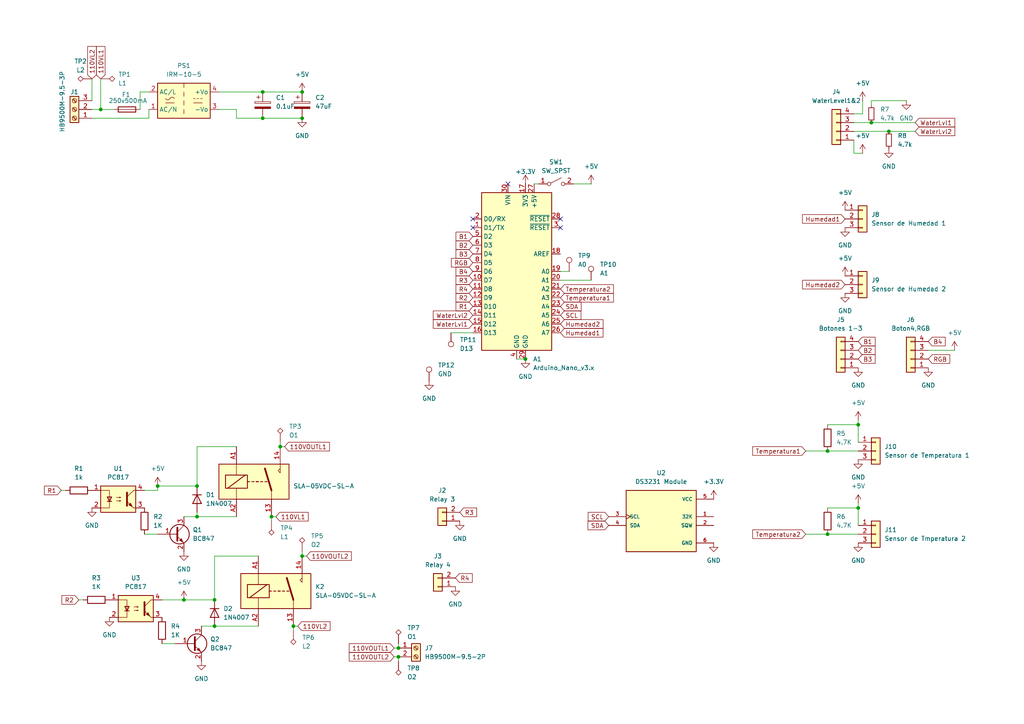
<source format=kicad_sch>
(kicad_sch (version 20231120) (generator "eeschema") (generator_version "8.0")
  (paper "A4")
  (lib_symbols
    (symbol "Connector:Screw_Terminal_01x02" (pin_names (offset 1.016) hide)
      (property "Reference" "J" (at 0 2.54 0))
      (property "Value" "Screw_Terminal_01x02" (at 0 -5.08 0))
      (symbol "Screw_Terminal_01x02_1_1"
        (rectangle (start -1.27 1.27) (end 1.27 -3.81) (stroke (width 0.254)) (fill (type background)))
        (circle (center 0 -2.54) (radius 0.635) (stroke (width 0.1524)))
        (polyline (pts (xy -0.5334 -2.2098) (xy 0.3302 -3.048)) (stroke (width 0.1524)))
        (polyline (pts (xy -0.5334 0.3302) (xy 0.3302 -0.508)) (stroke (width 0.1524)))
        (polyline (pts (xy -0.3556 -2.032) (xy 0.508 -2.8702)) (stroke (width 0.1524)))
        (polyline (pts (xy -0.3556 0.508) (xy 0.508 -0.3302)) (stroke (width 0.1524)))
        (circle (center 0 0) (radius 0.635) (stroke (width 0.1524)))
        (pin passive line (at -5.08 0 0) (length 3.81) (name "Pin_1") (number "1"))
        (pin passive line (at -5.08 -2.54 0) (length 3.81) (name "Pin_2") (number "2"))
      )
    )
    (symbol "Connector:Screw_Terminal_01x03" (pin_names (offset 1.016) hide)
      (property "Reference" "J" (at 0 5.08 0))
      (property "Value" "Screw_Terminal_01x03" (at 0 -5.08 0))
      (symbol "Screw_Terminal_01x03_1_1"
        (rectangle (start -1.27 3.81) (end 1.27 -3.81) (stroke (width 0.254)) (fill (type background)))
        (circle (center 0 -2.54) (radius 0.635) (stroke (width 0.1524)))
        (polyline (pts (xy -0.5334 -2.2098) (xy 0.3302 -3.048)) (stroke (width 0.1524)))
        (polyline (pts (xy -0.5334 0.3302) (xy 0.3302 -0.508)) (stroke (width 0.1524)))
        (polyline (pts (xy -0.5334 2.8702) (xy 0.3302 2.032)) (stroke (width 0.1524)))
        (polyline (pts (xy -0.3556 -2.032) (xy 0.508 -2.8702)) (stroke (width 0.1524)))
        (polyline (pts (xy -0.3556 0.508) (xy 0.508 -0.3302)) (stroke (width 0.1524)))
        (polyline (pts (xy -0.3556 3.048) (xy 0.508 2.2098)) (stroke (width 0.1524)))
        (circle (center 0 0) (radius 0.635) (stroke (width 0.1524)))
        (circle (center 0 2.54) (radius 0.635) (stroke (width 0.1524)))
        (pin passive line (at -5.08 2.54 0) (length 3.81) (name "Pin_1") (number "1"))
        (pin passive line (at -5.08 0 0) (length 3.81) (name "Pin_2") (number "2"))
        (pin passive line (at -5.08 -2.54 0) (length 3.81) (name "Pin_3") (number "3"))
      )
    )
    (symbol "Connector:TestPoint" (pin_numbers hide) (pin_names (offset 0.762) hide)
      (property "Reference" "TP" (at 0 6.858 0))
      (property "Value" "TestPoint" (at 0 5.08 0))
      (symbol "TestPoint_0_1"
        (circle (center 0 3.302) (radius 0.762))
      )
      (symbol "TestPoint_1_1"
        (pin passive line (at 0 0 90) (length 2.54) (name "1") (number "1"))
      )
    )
    (symbol "Connector:TestPoint_Alt" (pin_numbers hide) (pin_names (offset 0.762) hide)
      (property "Reference" "TP" (at 0 6.858 0))
      (property "Value" "TestPoint_Alt" (at 0 5.08 0))
      (symbol "TestPoint_Alt_0_1"
        (polyline (pts (xy 0 2.54) (xy -0.762 3.302) (xy 0 4.064) (xy 0.762 3.302) (xy 0 2.54)))
      )
      (symbol "TestPoint_Alt_1_1"
        (pin passive line (at 0 0 90) (length 2.54) (name "1") (number "1"))
      )
    )
    (symbol "Connector_Generic:Conn_01x02" (pin_names (offset 1.016) hide)
      (property "Reference" "J" (at 0 2.54 0))
      (property "Value" "Conn_01x02" (at 0 -5.08 0))
      (symbol "Conn_01x02_1_1"
        (rectangle (start -1.27 -2.413) (end 0 -2.667) (stroke (width 0.1524)))
        (rectangle (start -1.27 0.127) (end 0 -0.127) (stroke (width 0.1524)))
        (rectangle (start -1.27 1.27) (end 1.27 -3.81) (stroke (width 0.254)) (fill (type background)))
        (pin passive line (at -5.08 0 0) (length 3.81) (name "Pin_1") (number "1"))
        (pin passive line (at -5.08 -2.54 0) (length 3.81) (name "Pin_2") (number "2"))
      )
    )
    (symbol "Connector_Generic:Conn_01x03" (pin_names (offset 1.016) hide)
      (property "Reference" "J" (at 0 5.08 0))
      (property "Value" "Conn_01x03" (at 0 -5.08 0))
      (symbol "Conn_01x03_1_1"
        (rectangle (start -1.27 -2.413) (end 0 -2.667) (stroke (width 0.1524)))
        (rectangle (start -1.27 0.127) (end 0 -0.127) (stroke (width 0.1524)))
        (rectangle (start -1.27 2.667) (end 0 2.413) (stroke (width 0.1524)))
        (rectangle (start -1.27 3.81) (end 1.27 -3.81) (stroke (width 0.254)) (fill (type background)))
        (pin passive line (at -5.08 2.54 0) (length 3.81) (name "Pin_1") (number "1"))
        (pin passive line (at -5.08 0 0) (length 3.81) (name "Pin_2") (number "2"))
        (pin passive line (at -5.08 -2.54 0) (length 3.81) (name "Pin_3") (number "3"))
      )
    )
    (symbol "Connector_Generic:Conn_01x04" (pin_names (offset 1.016) hide)
      (property "Reference" "J" (at 0 5.08 0))
      (property "Value" "Conn_01x04" (at 0 -7.62 0))
      (symbol "Conn_01x04_1_1"
        (rectangle (start -1.27 -4.953) (end 0 -5.207) (stroke (width 0.1524)))
        (rectangle (start -1.27 -2.413) (end 0 -2.667) (stroke (width 0.1524)))
        (rectangle (start -1.27 0.127) (end 0 -0.127) (stroke (width 0.1524)))
        (rectangle (start -1.27 2.667) (end 0 2.413) (stroke (width 0.1524)))
        (rectangle (start -1.27 3.81) (end 1.27 -6.35) (stroke (width 0.254)) (fill (type background)))
        (pin passive line (at -5.08 2.54 0) (length 3.81) (name "Pin_1") (number "1"))
        (pin passive line (at -5.08 0 0) (length 3.81) (name "Pin_2") (number "2"))
        (pin passive line (at -5.08 -2.54 0) (length 3.81) (name "Pin_3") (number "3"))
        (pin passive line (at -5.08 -5.08 0) (length 3.81) (name "Pin_4") (number "4"))
      )
    )
    (symbol "Converter_ACDC:IRM-10-5"
      (property "Reference" "PS" (at 0 6.35 0))
      (property "Value" "IRM-10-5" (at 0 -6.35 0))
      (symbol "IRM-10-5_0_1"
        (rectangle (start -7.62 5.08) (end 7.62 -5.08) (stroke (width 0.254)) (fill (type background)))
        (arc (start -5.334 0.635) (mid -4.699 0.2495) (end -4.064 0.635))
        (arc (start -2.794 0.635) (mid -3.429 1.0072) (end -4.064 0.635))
        (polyline (pts (xy -5.334 -0.635) (xy -2.794 -0.635)))
        (polyline (pts (xy 0 -2.54) (xy 0 -3.81)))
        (polyline (pts (xy 0 0) (xy 0 -1.27)))
        (polyline (pts (xy 0 2.54) (xy 0 1.27)))
        (polyline (pts (xy 0 5.08) (xy 0 3.81)))
        (polyline (pts (xy 2.794 -0.635) (xy 5.334 -0.635)))
        (polyline (pts (xy 2.794 0.635) (xy 3.302 0.635)))
        (polyline (pts (xy 3.81 0.635) (xy 4.318 0.635)))
        (polyline (pts (xy 4.826 0.635) (xy 5.334 0.635)))
      )
      (symbol "IRM-10-5_1_1"
        (pin power_in line (at -10.16 -2.54 0) (length 2.54) (name "AC/N") (number "1"))
        (pin power_in line (at -10.16 2.54 0) (length 2.54) (name "AC/L") (number "2"))
        (pin power_out line (at 10.16 -2.54 180) (length 2.54) (name "-Vo") (number "3"))
        (pin power_out line (at 10.16 2.54 180) (length 2.54) (name "+Vo") (number "4"))
      )
    )
    (symbol "DS3231:DS3231 Module" (pin_names (offset 1.016))
      (property "Reference" "U" (at -10.16 8.89 0))
      (property "Value" "DS3231 Module" (at -10.16 -11.43 0))
      (symbol "DS3231 Module_0_0"
        (rectangle (start -10.16 -10.16) (end 10.16 7.62) (stroke (width 0.254)) (fill (type background)))
        (pin output line (at 15.24 0 180) (length 5.08) (name "32K") (number "1"))
        (pin output line (at 15.24 -2.54 180) (length 5.08) (name "SQW") (number "2"))
        (pin input clock (at -15.24 0 0) (length 5.08) (name "SCL") (number "3"))
        (pin bidirectional line (at -15.24 -2.54 0) (length 5.08) (name "SDA") (number "4"))
        (pin power_in line (at 15.24 5.08 180) (length 5.08) (name "VCC") (number "5"))
        (pin power_in line (at 15.24 -7.62 180) (length 5.08) (name "GND") (number "6"))
      )
    )
    (symbol "Device:C_Polarized" (pin_numbers hide) (pin_names (offset 0.254))
      (property "Reference" "C" (at 0.635 2.54 0))
      (property "Value" "C_Polarized" (at 0.635 -2.54 0))
      (symbol "C_Polarized_0_1"
        (rectangle (start -2.286 0.508) (end 2.286 1.016))
        (polyline (pts (xy -1.778 2.286) (xy -0.762 2.286)))
        (polyline (pts (xy -1.27 2.794) (xy -1.27 1.778)))
        (rectangle (start 2.286 -0.508) (end -2.286 -1.016) (fill (type outline)))
      )
      (symbol "C_Polarized_1_1"
        (pin passive line (at 0 3.81 270) (length 2.794) (name "~") (number "1"))
        (pin passive line (at 0 -3.81 90) (length 2.794) (name "~") (number "2"))
      )
    )
    (symbol "Device:Fuse" (pin_numbers hide) (pin_names (offset 0))
      (property "Reference" "F" (at 2.032 0 90))
      (property "Value" "Fuse" (at -1.905 0 90))
      (symbol "Fuse_0_1"
        (rectangle (start -0.762 -2.54) (end 0.762 2.54) (stroke (width 0.254)))
        (polyline (pts (xy 0 2.54) (xy 0 -2.54)))
      )
      (symbol "Fuse_1_1"
        (pin passive line (at 0 3.81 270) (length 1.27) (name "~") (number "1"))
        (pin passive line (at 0 -3.81 90) (length 1.27) (name "~") (number "2"))
      )
    )
    (symbol "Device:R" (pin_numbers hide) (pin_names (offset 0))
      (property "Reference" "R" (at 2.032 0 90))
      (property "Value" "R" (at 0 0 90))
      (symbol "R_0_1"
        (rectangle (start -1.016 -2.54) (end 1.016 2.54) (stroke (width 0.254)))
      )
      (symbol "R_1_1"
        (pin passive line (at 0 3.81 270) (length 1.27) (name "~") (number "1"))
        (pin passive line (at 0 -3.81 90) (length 1.27) (name "~") (number "2"))
      )
    )
    (symbol "Device:R_Small" (pin_numbers hide) (pin_names (offset 0.254) hide)
      (property "Reference" "R" (at 0.762 0.508 0))
      (property "Value" "R_Small" (at 0.762 -1.016 0))
      (symbol "R_Small_0_1"
        (rectangle (start -0.762 1.778) (end 0.762 -1.778) (stroke (width 0.2032)))
      )
      (symbol "R_Small_1_1"
        (pin passive line (at 0 2.54 270) (length 0.762) (name "~") (number "1"))
        (pin passive line (at 0 -2.54 90) (length 0.762) (name "~") (number "2"))
      )
    )
    (symbol "Diode:1N4007" (pin_numbers hide) (pin_names hide)
      (property "Reference" "D" (at 0 2.54 0))
      (property "Value" "1N4007" (at 0 -2.54 0))
      (symbol "1N4007_0_1"
        (polyline (pts (xy -1.27 1.27) (xy -1.27 -1.27)) (stroke (width 0.254)))
        (polyline (pts (xy 1.27 0) (xy -1.27 0)))
        (polyline (pts (xy 1.27 1.27) (xy 1.27 -1.27) (xy -1.27 0) (xy 1.27 1.27)) (stroke (width 0.254)))
      )
      (symbol "1N4007_1_1"
        (pin passive line (at -3.81 0 0) (length 2.54) (name "K") (number "1"))
        (pin passive line (at 3.81 0 180) (length 2.54) (name "A") (number "2"))
      )
    )
    (symbol "Isolator:PC817" (pin_names (offset 1.016))
      (property "Reference" "U" (at -5.08 5.08 0))
      (property "Value" "PC817" (at 0 5.08 0))
      (symbol "PC817_0_1"
        (rectangle (start -5.08 3.81) (end 5.08 -3.81) (stroke (width 0.254)) (fill (type background)))
        (polyline (pts (xy -3.175 -0.635) (xy -1.905 -0.635)) (stroke (width 0.254)))
        (polyline (pts (xy 2.54 0.635) (xy 4.445 2.54)))
        (polyline (pts (xy 4.445 -2.54) (xy 2.54 -0.635)) (fill (type outline)))
        (polyline (pts (xy 4.445 -2.54) (xy 5.08 -2.54)))
        (polyline (pts (xy 4.445 2.54) (xy 5.08 2.54)))
        (polyline (pts (xy -5.08 2.54) (xy -2.54 2.54) (xy -2.54 -0.635)))
        (polyline (pts (xy -2.54 -0.635) (xy -2.54 -2.54) (xy -5.08 -2.54)))
        (polyline (pts (xy 2.54 1.905) (xy 2.54 -1.905) (xy 2.54 -1.905)) (stroke (width 0.508)))
        (polyline (pts (xy -2.54 -0.635) (xy -3.175 0.635) (xy -1.905 0.635) (xy -2.54 -0.635)) (stroke (width 0.254)))
        (polyline (pts (xy -0.508 -0.508) (xy 0.762 -0.508) (xy 0.381 -0.635) (xy 0.381 -0.381) (xy 0.762 -0.508)))
        (polyline (pts (xy -0.508 0.508) (xy 0.762 0.508) (xy 0.381 0.381) (xy 0.381 0.635) (xy 0.762 0.508)))
        (polyline (pts (xy 3.048 -1.651) (xy 3.556 -1.143) (xy 4.064 -2.159) (xy 3.048 -1.651) (xy 3.048 -1.651)) (fill (type outline)))
      )
      (symbol "PC817_1_1"
        (pin passive line (at -7.62 2.54 0) (length 2.54) (name "~") (number "1"))
        (pin passive line (at -7.62 -2.54 0) (length 2.54) (name "~") (number "2"))
        (pin passive line (at 7.62 -2.54 180) (length 2.54) (name "~") (number "3"))
        (pin passive line (at 7.62 2.54 180) (length 2.54) (name "~") (number "4"))
      )
    )
    (symbol "MCU_Module:Arduino_Nano_v3.x"
      (property "Reference" "A" (at -10.16 23.495 0))
      (property "Value" "Arduino_Nano_v3.x" (at 5.08 -24.13 0))
      (symbol "Arduino_Nano_v3.x_0_1"
        (rectangle (start -10.16 22.86) (end 10.16 -22.86) (stroke (width 0.254)) (fill (type background)))
      )
      (symbol "Arduino_Nano_v3.x_1_1"
        (pin bidirectional line (at -12.7 12.7 0) (length 2.54) (name "D1/TX") (number "1"))
        (pin bidirectional line (at -12.7 -2.54 0) (length 2.54) (name "D7") (number "10"))
        (pin bidirectional line (at -12.7 -5.08 0) (length 2.54) (name "D8") (number "11"))
        (pin bidirectional line (at -12.7 -7.62 0) (length 2.54) (name "D9") (number "12"))
        (pin bidirectional line (at -12.7 -10.16 0) (length 2.54) (name "D10") (number "13"))
        (pin bidirectional line (at -12.7 -12.7 0) (length 2.54) (name "D11") (number "14"))
        (pin bidirectional line (at -12.7 -15.24 0) (length 2.54) (name "D12") (number "15"))
        (pin bidirectional line (at -12.7 -17.78 0) (length 2.54) (name "D13") (number "16"))
        (pin power_out line (at 2.54 25.4 270) (length 2.54) (name "3V3") (number "17"))
        (pin input line (at 12.7 5.08 180) (length 2.54) (name "AREF") (number "18"))
        (pin bidirectional line (at 12.7 0 180) (length 2.54) (name "A0") (number "19"))
        (pin bidirectional line (at -12.7 15.24 0) (length 2.54) (name "D0/RX") (number "2"))
        (pin bidirectional line (at 12.7 -2.54 180) (length 2.54) (name "A1") (number "20"))
        (pin bidirectional line (at 12.7 -5.08 180) (length 2.54) (name "A2") (number "21"))
        (pin bidirectional line (at 12.7 -7.62 180) (length 2.54) (name "A3") (number "22"))
        (pin bidirectional line (at 12.7 -10.16 180) (length 2.54) (name "A4") (number "23"))
        (pin bidirectional line (at 12.7 -12.7 180) (length 2.54) (name "A5") (number "24"))
        (pin bidirectional line (at 12.7 -15.24 180) (length 2.54) (name "A6") (number "25"))
        (pin bidirectional line (at 12.7 -17.78 180) (length 2.54) (name "A7") (number "26"))
        (pin power_out line (at 5.08 25.4 270) (length 2.54) (name "+5V") (number "27"))
        (pin input line (at 12.7 15.24 180) (length 2.54) (name "~{RESET}") (number "28"))
        (pin power_in line (at 2.54 -25.4 90) (length 2.54) (name "GND") (number "29"))
        (pin input line (at 12.7 12.7 180) (length 2.54) (name "~{RESET}") (number "3"))
        (pin power_in line (at -2.54 25.4 270) (length 2.54) (name "VIN") (number "30"))
        (pin power_in line (at 0 -25.4 90) (length 2.54) (name "GND") (number "4"))
        (pin bidirectional line (at -12.7 10.16 0) (length 2.54) (name "D2") (number "5"))
        (pin bidirectional line (at -12.7 7.62 0) (length 2.54) (name "D3") (number "6"))
        (pin bidirectional line (at -12.7 5.08 0) (length 2.54) (name "D4") (number "7"))
        (pin bidirectional line (at -12.7 2.54 0) (length 2.54) (name "D5") (number "8"))
        (pin bidirectional line (at -12.7 0 0) (length 2.54) (name "D6") (number "9"))
      )
    )
    (symbol "Relay:RAYEX-L90AS"
      (property "Reference" "K" (at 11.43 3.81 0))
      (property "Value" "RAYEX-L90AS" (at 11.43 1.27 0))
      (symbol "RAYEX-L90AS_1_0"
        (polyline (pts (xy 7.62 3.81) (xy 7.62 5.08)))
        (polyline (pts (xy 7.62 3.81) (xy 7.62 2.54) (xy 6.985 3.175) (xy 7.62 3.81)))
      )
      (symbol "RAYEX-L90AS_1_1"
        (rectangle (start -10.16 5.08) (end 10.16 -5.08) (stroke (width 0.254)) (fill (type background)))
        (rectangle (start -8.255 1.905) (end -1.905 -1.905) (stroke (width 0.254)))
        (polyline (pts (xy -7.62 -1.905) (xy -2.54 1.905)) (stroke (width 0.254)))
        (polyline (pts (xy -5.08 -5.08) (xy -5.08 -1.905)))
        (polyline (pts (xy -5.08 5.08) (xy -5.08 1.905)))
        (polyline (pts (xy -1.905 0) (xy -1.27 0)) (stroke (width 0.254)))
        (polyline (pts (xy -0.635 0) (xy 0 0)) (stroke (width 0.254)))
        (polyline (pts (xy 0.635 0) (xy 1.27 0)) (stroke (width 0.254)))
        (polyline (pts (xy 0.635 0) (xy 1.27 0)) (stroke (width 0.254)))
        (polyline (pts (xy 1.905 0) (xy 2.54 0)) (stroke (width 0.254)))
        (polyline (pts (xy 3.175 0) (xy 3.81 0)) (stroke (width 0.254)))
        (polyline (pts (xy 5.08 -2.54) (xy 3.175 3.81)) (stroke (width 0.508)))
        (polyline (pts (xy 5.08 -2.54) (xy 5.08 -5.08)))
        (pin passive line (at 5.08 -10.16 90) (length 5.08) (name "~") (number "13"))
        (pin passive line (at 7.62 10.16 270) (length 5.08) (name "~") (number "14"))
        (pin passive line (at -5.08 10.16 270) (length 5.08) (name "~") (number "A1"))
        (pin passive line (at -5.08 -10.16 90) (length 5.08) (name "~") (number "A2"))
      )
    )
    (symbol "Switch:SW_SPST" (pin_names (offset 0) hide)
      (property "Reference" "SW" (at 0 3.175 0))
      (property "Value" "SW_SPST" (at 0 -2.54 0))
      (symbol "SW_SPST_0_0"
        (circle (center -2.032 0) (radius 0.508))
        (polyline (pts (xy -1.524 0.254) (xy 1.524 1.778)))
        (circle (center 2.032 0) (radius 0.508))
      )
      (symbol "SW_SPST_1_1"
        (pin passive line (at -5.08 0 0) (length 2.54) (name "A") (number "1"))
        (pin passive line (at 5.08 0 180) (length 2.54) (name "B") (number "2"))
      )
    )
    (symbol "Transistor_BJT:BC847" (pin_names (offset 0) hide)
      (property "Reference" "Q" (at 5.08 1.905 0))
      (property "Value" "BC847" (at 5.08 0 0))
      (symbol "BC847_0_1"
        (polyline (pts (xy 0.635 0.635) (xy 2.54 2.54)))
        (polyline (pts (xy 0.635 -0.635) (xy 2.54 -2.54) (xy 2.54 -2.54)))
        (polyline (pts (xy 0.635 1.905) (xy 0.635 -1.905) (xy 0.635 -1.905)) (stroke (width 0.508)))
        (polyline (pts (xy 1.27 -1.778) (xy 1.778 -1.27) (xy 2.286 -2.286) (xy 1.27 -1.778) (xy 1.27 -1.778)) (fill (type outline)))
        (circle (center 1.27 0) (radius 2.8194) (stroke (width 0.254)))
      )
      (symbol "BC847_1_1"
        (pin input line (at -5.08 0 0) (length 5.715) (name "B") (number "1"))
        (pin passive line (at 2.54 -5.08 90) (length 2.54) (name "E") (number "2"))
        (pin passive line (at 2.54 5.08 270) (length 2.54) (name "C") (number "3"))
      )
    )
    (symbol "power:+3.3V" (power) (pin_numbers hide) (pin_names (offset 0) hide)
      (property "Value" "+3.3V" (at 0 3.556 0))
      (symbol "+3.3V_0_1"
        (polyline (pts (xy -0.762 1.27) (xy 0 2.54)))
        (polyline (pts (xy 0 0) (xy 0 2.54)))
        (polyline (pts (xy 0 2.54) (xy 0.762 1.27)))
      )
      (symbol "+3.3V_1_1"
        (pin power_in line (at 0 0 90) (length 0) (name "~") (number "1"))
      )
    )
    (symbol "power:+5V" (power) (pin_numbers hide) (pin_names (offset 0) hide)
      (property "Value" "+5V" (at 0 3.556 0))
      (symbol "+5V_0_1"
        (polyline (pts (xy -0.762 1.27) (xy 0 2.54)))
        (polyline (pts (xy 0 0) (xy 0 2.54)))
        (polyline (pts (xy 0 2.54) (xy 0.762 1.27)))
      )
      (symbol "+5V_1_1"
        (pin power_in line (at 0 0 90) (length 0) (name "~") (number "1"))
      )
    )
    (symbol "power:GND" (power) (pin_numbers hide) (pin_names (offset 0) hide)
      (property "Value" "GND" (at 0 -3.81 0))
      (symbol "GND_0_1"
        (polyline (pts (xy 0 0) (xy 0 -1.27) (xy 1.27 -1.27) (xy 0 -2.54) (xy -1.27 -1.27) (xy 0 -1.27)))
      )
      (symbol "GND_1_1"
        (pin power_in line (at 0 0 270) (length 0) (name "~") (number "1"))
      )
    )
  )
  (junction (at 78.74 149.86))
  (junction (at 87.63 161.29))
  (junction (at 57.15 149.86))
  (junction (at 29.21 31.75))
  (junction (at 115.57 187.96))
  (junction (at 240.03 154.94))
  (junction (at 62.23 181.61))
  (junction (at 248.92 147.32))
  (junction (at 85.09 181.61))
  (junction (at 240.03 130.81))
  (junction (at 252.73 35.56))
  (junction (at 76.2 34.29))
  (junction (at 87.63 26.67))
  (junction (at 87.63 34.29))
  (junction (at 57.15 140.97))
  (junction (at 76.2 26.67))
  (junction (at 115.57 190.5))
  (junction (at 81.28 129.54))
  (junction (at 62.23 173.99))
  (junction (at 45.72 140.97))
  (junction (at 152.4 104.14))
  (junction (at 248.92 123.19))
  (junction (at 53.34 173.99))
  (junction (at 257.81 38.1))
  (no_connect (at 162.56 63.5))
  (no_connect (at 137.16 66.04))
  (no_connect (at 137.16 63.5))
  (no_connect (at 147.32 53.34))
  (no_connect (at 162.56 66.04))
  (wire (pts (xy 248.92 147.32) (xy 248.92 152.4)))
  (wire (pts (xy 43.18 31.75) (xy 43.18 34.29)))
  (wire (pts (xy 247.65 35.56) (xy 252.73 35.56)))
  (wire (pts (xy 114.3 190.5) (xy 115.57 190.5)))
  (wire (pts (xy 76.2 34.29) (xy 87.63 34.29)))
  (wire (pts (xy 247.65 40.64) (xy 247.65 44.45)))
  (wire (pts (xy 171.45 81.28) (xy 162.56 81.28)))
  (wire (pts (xy 26.67 22.86) (xy 26.67 29.21)))
  (wire (pts (xy 53.34 149.86) (xy 57.15 149.86)))
  (wire (pts (xy 240.03 130.81) (xy 248.92 130.81)))
  (wire (pts (xy 76.2 26.67) (xy 87.63 26.67)))
  (wire (pts (xy 68.58 31.75) (xy 68.58 34.29)))
  (wire (pts (xy 58.42 181.61) (xy 62.23 181.61)))
  (wire (pts (xy 166.37 53.34) (xy 171.45 53.34)))
  (wire (pts (xy 29.21 31.75) (xy 33.02 31.75)))
  (wire (pts (xy 74.93 161.29) (xy 62.23 161.29)))
  (wire (pts (xy 81.28 128.27) (xy 81.28 129.54)))
  (wire (pts (xy 57.15 129.54) (xy 57.15 140.97)))
  (wire (pts (xy 78.74 151.13) (xy 78.74 149.86)))
  (wire (pts (xy 250.19 33.02) (xy 247.65 33.02)))
  (wire (pts (xy 247.65 38.1) (xy 257.81 38.1)))
  (wire (pts (xy 17.78 142.24) (xy 19.05 142.24)))
  (wire (pts (xy 45.72 140.97) (xy 45.72 142.24)))
  (wire (pts (xy 63.5 26.67) (xy 76.2 26.67)))
  (wire (pts (xy 88.9 161.29) (xy 87.63 161.29)))
  (wire (pts (xy 63.5 31.75) (xy 68.58 31.75)))
  (wire (pts (xy 53.34 173.99) (xy 62.23 173.99)))
  (wire (pts (xy 233.68 130.81) (xy 240.03 130.81)))
  (wire (pts (xy 57.15 149.86) (xy 68.58 149.86)))
  (wire (pts (xy 149.86 104.14) (xy 152.4 104.14)))
  (wire (pts (xy 86.36 181.61) (xy 85.09 181.61)))
  (wire (pts (xy 248.92 121.92) (xy 248.92 123.19)))
  (wire (pts (xy 248.92 146.05) (xy 248.92 147.32)))
  (wire (pts (xy 87.63 160.02) (xy 87.63 161.29)))
  (wire (pts (xy 252.73 35.56) (xy 265.43 35.56)))
  (wire (pts (xy 156.21 53.34) (xy 154.94 53.34)))
  (wire (pts (xy 26.67 31.75) (xy 29.21 31.75)))
  (wire (pts (xy 240.03 123.19) (xy 248.92 123.19)))
  (wire (pts (xy 62.23 161.29) (xy 62.23 173.99)))
  (wire (pts (xy 130.81 96.52) (xy 137.16 96.52)))
  (wire (pts (xy 262.89 29.21) (xy 252.73 29.21)))
  (wire (pts (xy 115.57 186.69) (xy 115.57 187.96)))
  (wire (pts (xy 22.86 173.99) (xy 24.13 173.99)))
  (wire (pts (xy 240.03 147.32) (xy 248.92 147.32)))
  (wire (pts (xy 250.19 29.21) (xy 250.19 33.02)))
  (wire (pts (xy 85.09 182.88) (xy 85.09 181.61)))
  (wire (pts (xy 41.91 154.94) (xy 45.72 154.94)))
  (wire (pts (xy 40.64 26.67) (xy 43.18 26.67)))
  (wire (pts (xy 115.57 191.77) (xy 115.57 190.5)))
  (wire (pts (xy 46.99 173.99) (xy 53.34 173.99)))
  (wire (pts (xy 114.3 187.96) (xy 115.57 187.96)))
  (wire (pts (xy 257.81 38.1) (xy 265.43 38.1)))
  (wire (pts (xy 82.55 129.54) (xy 81.28 129.54)))
  (wire (pts (xy 165.1 78.74) (xy 162.56 78.74)))
  (wire (pts (xy 46.99 186.69) (xy 50.8 186.69)))
  (wire (pts (xy 57.15 149.86) (xy 57.15 148.59)))
  (wire (pts (xy 80.01 149.86) (xy 78.74 149.86)))
  (wire (pts (xy 68.58 34.29) (xy 76.2 34.29)))
  (wire (pts (xy 248.92 123.19) (xy 248.92 128.27)))
  (wire (pts (xy 40.64 31.75) (xy 40.64 26.67)))
  (wire (pts (xy 252.73 29.21) (xy 252.73 30.48)))
  (wire (pts (xy 269.24 101.6) (xy 276.86 101.6)))
  (wire (pts (xy 68.58 129.54) (xy 57.15 129.54)))
  (wire (pts (xy 41.91 142.24) (xy 45.72 142.24)))
  (wire (pts (xy 43.18 34.29) (xy 26.67 34.29)))
  (wire (pts (xy 29.21 22.86) (xy 29.21 31.75)))
  (wire (pts (xy 247.65 44.45) (xy 250.19 44.45)))
  (wire (pts (xy 240.03 154.94) (xy 248.92 154.94)))
  (wire (pts (xy 45.72 140.97) (xy 57.15 140.97)))
  (wire (pts (xy 233.68 154.94) (xy 240.03 154.94)))
  (wire (pts (xy 62.23 181.61) (xy 74.93 181.61)))
  (global_label "R2" (shape input) (at 137.16 86.36 180) (property "Intersheetrefs" "${INTERSHEET_REFS}" (effects (hide yes))))
  (global_label "110VL2" (shape input) (at 26.67 22.86 90) (property "Intersheetrefs" "${INTERSHEET_REFS}" (effects (hide yes))))
  (global_label "110VOUTL1" (shape input) (at 114.3 187.96 180) (property "Intersheetrefs" "${INTERSHEET_REFS}" (effects (hide yes))))
  (global_label "R3" (shape input) (at 137.16 81.28 180) (property "Intersheetrefs" "${INTERSHEET_REFS}" (effects (hide yes))))
  (global_label "Temperatura2" (shape input) (at 162.56 83.82 0) (property "Intersheetrefs" "${INTERSHEET_REFS}" (effects (hide yes))))
  (global_label "WaterLvl2" (shape input) (at 265.43 38.1 0) (property "Intersheetrefs" "${INTERSHEET_REFS}" (effects (hide yes))))
  (global_label "RGB" (shape input) (at 137.16 76.2 180) (property "Intersheetrefs" "${INTERSHEET_REFS}" (effects (hide yes))))
  (global_label "B2" (shape input) (at 137.16 71.12 180) (property "Intersheetrefs" "${INTERSHEET_REFS}" (effects (hide yes))))
  (global_label "R1" (shape input) (at 17.78 142.24 180) (property "Intersheetrefs" "${INTERSHEET_REFS}" (effects (hide yes))))
  (global_label "Humedad1" (shape input) (at 245.11 63.5 180) (property "Intersheetrefs" "${INTERSHEET_REFS}" (effects (hide yes))))
  (global_label "R4" (shape input) (at 137.16 83.82 180) (property "Intersheetrefs" "${INTERSHEET_REFS}" (effects (hide yes))))
  (global_label "WaterLvl1" (shape input) (at 137.16 93.98 180) (property "Intersheetrefs" "${INTERSHEET_REFS}" (effects (hide yes))))
  (global_label "B3" (shape input) (at 248.92 104.14 0) (property "Intersheetrefs" "${INTERSHEET_REFS}" (effects (hide yes))))
  (global_label "R2" (shape input) (at 22.86 173.99 180) (property "Intersheetrefs" "${INTERSHEET_REFS}" (effects (hide yes))))
  (global_label "110VOUTL2" (shape input) (at 88.9 161.29 0) (property "Intersheetrefs" "${INTERSHEET_REFS}" (effects (hide yes))))
  (global_label "WaterLvl2" (shape input) (at 137.16 91.44 180) (property "Intersheetrefs" "${INTERSHEET_REFS}" (effects (hide yes))))
  (global_label "B1" (shape input) (at 137.16 68.58 180) (property "Intersheetrefs" "${INTERSHEET_REFS}" (effects (hide yes))))
  (global_label "R1" (shape input) (at 137.16 88.9 180) (property "Intersheetrefs" "${INTERSHEET_REFS}" (effects (hide yes))))
  (global_label "Temperatura2" (shape input) (at 233.68 154.94 180) (property "Intersheetrefs" "${INTERSHEET_REFS}" (effects (hide yes))))
  (global_label "Humedad2" (shape input) (at 162.56 93.98 0) (property "Intersheetrefs" "${INTERSHEET_REFS}" (effects (hide yes))))
  (global_label "B4" (shape input) (at 269.24 99.06 0) (property "Intersheetrefs" "${INTERSHEET_REFS}" (effects (hide yes))))
  (global_label "SDA" (shape input) (at 162.56 88.9 0) (property "Intersheetrefs" "${INTERSHEET_REFS}" (effects (hide yes))))
  (global_label "Temperatura1" (shape input) (at 162.56 86.36 0) (property "Intersheetrefs" "${INTERSHEET_REFS}" (effects (hide yes))))
  (global_label "SDA" (shape input) (at 176.53 152.4 180) (property "Intersheetrefs" "${INTERSHEET_REFS}" (effects (hide yes))))
  (global_label "R3" (shape input) (at 133.35 148.59 0) (property "Intersheetrefs" "${INTERSHEET_REFS}" (effects (hide yes))))
  (global_label "WaterLvl1" (shape input) (at 265.43 35.56 0) (property "Intersheetrefs" "${INTERSHEET_REFS}" (effects (hide yes))))
  (global_label "SCL" (shape input) (at 162.56 91.44 0) (property "Intersheetrefs" "${INTERSHEET_REFS}" (effects (hide yes))))
  (global_label "110VL1" (shape input) (at 80.01 149.86 0) (property "Intersheetrefs" "${INTERSHEET_REFS}" (effects (hide yes))))
  (global_label "B4" (shape input) (at 137.16 78.74 180) (property "Intersheetrefs" "${INTERSHEET_REFS}" (effects (hide yes))))
  (global_label "110VL1" (shape input) (at 29.21 22.86 90) (property "Intersheetrefs" "${INTERSHEET_REFS}" (effects (hide yes))))
  (global_label "Humedad2" (shape input) (at 245.11 82.55 180) (property "Intersheetrefs" "${INTERSHEET_REFS}" (effects (hide yes))))
  (global_label "Humedad1" (shape input) (at 162.56 96.52 0) (property "Intersheetrefs" "${INTERSHEET_REFS}" (effects (hide yes))))
  (global_label "SCL" (shape input) (at 176.53 149.86 180) (property "Intersheetrefs" "${INTERSHEET_REFS}" (effects (hide yes))))
  (global_label "B1" (shape input) (at 248.92 99.06 0) (property "Intersheetrefs" "${INTERSHEET_REFS}" (effects (hide yes))))
  (global_label "110VL2" (shape input) (at 86.36 181.61 0) (property "Intersheetrefs" "${INTERSHEET_REFS}" (effects (hide yes))))
  (global_label "B3" (shape input) (at 137.16 73.66 180) (property "Intersheetrefs" "${INTERSHEET_REFS}" (effects (hide yes))))
  (global_label "Temperatura1" (shape input) (at 233.68 130.81 180) (property "Intersheetrefs" "${INTERSHEET_REFS}" (effects (hide yes))))
  (global_label "R4" (shape input) (at 132.08 167.64 0) (property "Intersheetrefs" "${INTERSHEET_REFS}" (effects (hide yes))))
  (global_label "RGB" (shape input) (at 269.24 104.14 0) (property "Intersheetrefs" "${INTERSHEET_REFS}" (effects (hide yes))))
  (global_label "110VOUTL1" (shape input) (at 82.55 129.54 0) (property "Intersheetrefs" "${INTERSHEET_REFS}" (effects (hide yes))))
  (global_label "110VOUTL2" (shape input) (at 114.3 190.5 180) (property "Intersheetrefs" "${INTERSHEET_REFS}" (effects (hide yes))))
  (global_label "B2" (shape input) (at 248.92 101.6 0) (property "Intersheetrefs" "${INTERSHEET_REFS}" (effects (hide yes))))
  (symbol (lib_id "power:GND") (at 248.92 106.68 0) (unit 1)
    (property "Reference" "#PWR09" (effects (hide yes)))
    (property "Value" "GND" (at 248.92 111.76 0))
    (property "Description" "Power symbol creates a global label with name \"GND\" , ground" (effects (hide yes)))
  )
  (symbol (lib_id "Device:R") (at 41.91 151.13 0) (unit 1)
    (property "Reference" "R2" (at 44.45 149.8599 0) (effects (justify left)))
    (property "Value" "1K" (at 44.45 152.3999 0) (effects (justify left)))
    (property "Footprint" "Resistor_SMD:R_0805_2012Metric" (effects (hide yes)))
    (property "Description" "Resistor" (effects (hide yes)))
  )
  (symbol (lib_id "power:GND") (at 133.35 151.13 0) (unit 1)
    (property "Reference" "#PWR08" (effects (hide yes)))
    (property "Value" "GND" (at 133.35 156.21 0))
    (property "Description" "Power symbol creates a global label with name \"GND\" , ground" (effects (hide yes)))
  )
  (symbol (lib_id "Connector:TestPoint_Alt") (at 115.57 186.69 0) (unit 1)
    (property "Reference" "TP7" (at 118.11 182.1179 0) (effects (justify left)))
    (property "Value" "O1" (at 118.11 184.6579 0) (effects (justify left)))
    (property "Footprint" "TestPoint:TestPoint_Pad_4.0x4.0mm" (effects (hide yes)))
    (property "Description" "test point (alternative shape)" (effects (hide yes)))
  )
  (symbol (lib_id "Connector:TestPoint") (at 124.46 110.49 0) (unit 1)
    (property "Reference" "TP12" (at 127 105.9179 0) (effects (justify left)))
    (property "Value" "GND" (at 127 108.4579 0) (effects (justify left)))
    (property "Footprint" "TestPoint:TestPoint_Pad_D2.5mm" (effects (hide yes)))
    (property "Description" "test point" (effects (hide yes)))
  )
  (symbol (lib_id "Connector:TestPoint") (at 165.1 78.74 0) (unit 1)
    (property "Reference" "TP9" (at 167.64 74.1679 0) (effects (justify left)))
    (property "Value" "A0" (at 167.64 76.7079 0) (effects (justify left)))
    (property "Footprint" "TestPoint:TestPoint_Pad_D2.5mm" (effects (hide yes)))
    (property "Description" "test point" (effects (hide yes)))
  )
  (symbol (lib_id "power:+5V") (at 45.72 140.97 0) (unit 1)
    (property "Reference" "#PWR011" (effects (hide yes)))
    (property "Value" "+5V" (at 45.72 135.89 0))
    (property "Description" "Power symbol creates a global label with name \"+5V\"" (effects (hide yes)))
  )
  (symbol (lib_id "Connector_Generic:Conn_01x02") (at 128.27 151.13 180) (unit 1)
    (property "Reference" "J2" (at 128.27 142.24 0))
    (property "Value" "Relay 3" (at 128.27 144.78 0))
    (property "Footprint" "Connector_JST:JST_XH_B2B-XH-A_1x02_P2.50mm_Vertical" (effects (hide yes)))
    (property "Description" "Generic connector, single row, 01x02, script generated (kicad-library-utils/schlib/autogen/connector/)" (effects (hide yes)))
  )
  (symbol (lib_id "power:+5V") (at 276.86 101.6 0) (unit 1)
    (property "Reference" "#PWR016" (effects (hide yes)))
    (property "Value" "+5V" (at 276.86 96.52 0))
    (property "Description" "Power symbol creates a global label with name \"+5V\"" (effects (hide yes)))
  )
  (symbol (lib_id "Transistor_BJT:BC847") (at 50.8 154.94 0) (unit 1)
    (property "Reference" "Q1" (at 55.88 153.6699 0) (effects (justify left)))
    (property "Value" "BC847" (at 55.88 156.2099 0) (effects (justify left)))
    (property "Footprint" "Package_TO_SOT_SMD:SOT-23" (effects (hide yes)))
    (property "Datasheet" "http://www.infineon.com/dgdl/Infineon-BC847SERIES_BC848SERIES_BC849SERIES_BC850SERIES-DS-v01_01-en.pdf?fileId=db3a304314dca389011541d4630a1657" (effects (hide yes)))
    (property "Description" "0.1A Ic, 45V Vce, NPN Transistor, SOT-23" (effects (hide yes)))
  )
  (symbol (lib_id "Device:R_Small") (at 252.73 33.02 180) (unit 1)
    (property "Reference" "R7" (at 255.27 31.7499 0) (effects (justify right)))
    (property "Value" "4.7k" (at 255.27 34.2899 0) (effects (justify right)))
    (property "Footprint" "Resistor_SMD:R_0805_2012Metric" (effects (hide yes)))
    (property "Description" "Resistor, small symbol" (effects (hide yes)))
  )
  (symbol (lib_id "power:GND") (at 245.11 66.04 0) (unit 1)
    (property "Reference" "#PWR024" (effects (hide yes)))
    (property "Value" "GND" (at 245.11 71.12 0))
    (property "Description" "Power symbol creates a global label with name \"GND\" , ground" (effects (hide yes)))
  )
  (symbol (lib_id "Relay:RAYEX-L90AS") (at 80.01 171.45 0) (unit 1)
    (property "Reference" "K2" (at 91.44 170.1799 0) (effects (justify left)))
    (property "Value" "SLA-05VDC-SL-A" (at 91.44 172.7199 0) (effects (justify left)))
    (property "Footprint" "Relay_THT:Relay_SPST_RAYEX-L90AS" (effects (hide yes)))
    (property "Datasheet" "https://a3.sofastcdn.com/attachment/7jioKBjnRiiSrjrjknRiwS77gwbf3zmp/L90-SERIES.pdf" (effects (hide yes)))
    (property "Description" "Power relay, Without Common Terminal between coil terminals, NO, SPST, 30A" (effects (hide yes)))
  )
  (symbol (lib_id "Connector:TestPoint_Alt") (at 115.57 191.77 180) (unit 1)
    (property "Reference" "TP8" (at 118.11 193.8019 0) (effects (justify right)))
    (property "Value" "O2" (at 118.11 196.3419 0) (effects (justify right)))
    (property "Footprint" "TestPoint:TestPoint_Pad_4.0x4.0mm" (effects (hide yes)))
    (property "Description" "test point (alternative shape)" (effects (hide yes)))
  )
  (symbol (lib_id "Device:R") (at 27.94 173.99 90) (unit 1)
    (property "Reference" "R3" (at 27.94 167.64 90))
    (property "Value" "1K" (at 27.94 170.18 90))
    (property "Footprint" "Resistor_SMD:R_0805_2012Metric" (effects (hide yes)))
    (property "Description" "Resistor" (effects (hide yes)))
  )
  (symbol (lib_id "Device:Fuse") (at 36.83 31.75 90) (unit 1)
    (property "Reference" "F1" (at 36.576 27.432 90))
    (property "Value" "250v500mA" (at 37.084 29.21 90))
    (property "Footprint" "DS3231:Fuseholder_Cylinder-6x30mm" (effects (hide yes)))
    (property "Description" "Fuse" (effects (hide yes)))
  )
  (symbol (lib_id "Connector_Generic:Conn_01x03") (at 250.19 82.55 0) (unit 1)
    (property "Reference" "J9" (at 252.73 81.2799 0) (effects (justify left)))
    (property "Value" "Sensor de Humedad 2" (at 252.73 83.8199 0) (effects (justify left)))
    (property "Footprint" "Connector_JST:JST_XH_B3B-XH-A_1x03_P2.50mm_Vertical" (effects (hide yes)))
    (property "Description" "Generic connector, single row, 01x03, script generated (kicad-library-utils/schlib/autogen/connector/)" (effects (hide yes)))
  )
  (symbol (lib_id "Isolator:PC817") (at 39.37 176.53 0) (unit 1)
    (property "Reference" "U3" (at 39.37 167.64 0))
    (property "Value" "PC817" (at 39.37 170.18 0))
    (property "Footprint" "Package_DIP:DIP-4_W7.62mm" (effects (hide yes)))
    (property "Datasheet" "http://www.soselectronic.cz/a_info/resource/d/pc817.pdf" (effects (hide yes)))
    (property "Description" "DC Optocoupler, Vce 35V, CTR 50-300%, DIP-4" (effects (hide yes)))
  )
  (symbol (lib_id "power:GND") (at 58.42 191.77 0) (unit 1)
    (property "Reference" "#PWR015" (effects (hide yes)))
    (property "Value" "GND" (at 58.42 196.85 0))
    (property "Description" "Power symbol creates a global label with name \"GND\" , ground" (effects (hide yes)))
  )
  (symbol (lib_id "Connector_Generic:Conn_01x04") (at 264.16 104.14 180) (unit 1)
    (property "Reference" "J6" (at 264.16 92.71 0))
    (property "Value" "Boton4,RGB" (at 264.16 95.25 0))
    (property "Footprint" "Connector_JST:JST_XH_B4B-XH-A_1x04_P2.50mm_Vertical" (effects (hide yes)))
    (property "Description" "Generic connector, single row, 01x04, script generated (kicad-library-utils/schlib/autogen/connector/)" (effects (hide yes)))
  )
  (symbol (lib_id "power:GND") (at 262.89 29.21 0) (unit 1)
    (property "Reference" "#PWR029" (effects (hide yes)))
    (property "Value" "GND" (at 262.89 34.29 0))
    (property "Description" "Power symbol creates a global label with name \"GND\" , ground" (effects (hide yes)))
  )
  (symbol (lib_id "Connector:Screw_Terminal_01x02") (at 120.65 187.96 0) (unit 1)
    (property "Reference" "J7" (at 123.19 187.9599 0) (effects (justify left)))
    (property "Value" "HB9500M-9.5-2P" (at 123.19 190.4999 0) (effects (justify left)))
    (property "Footprint" "HB9500M:SHDR2W140P0X950_1X2_2055X1800X1440P" (effects (hide yes)))
    (property "Description" "Generic screw terminal, single row, 01x02, script generated (kicad-library-utils/schlib/autogen/connector/)" (effects (hide yes)))
  )
  (symbol (lib_id "MCU_Module:Arduino_Nano_v3.x") (at 149.86 78.74 0) (unit 1)
    (property "Reference" "A1" (at 154.5941 104.14 0) (effects (justify left)))
    (property "Value" "Arduino_Nano_v3.x" (at 154.5941 106.68 0) (effects (justify left)))
    (property "Footprint" "Module:Arduino_Nano" (effects (hide yes)))
    (property "Datasheet" "http://www.mouser.com/pdfdocs/Gravitech_Arduino_Nano3_0.pdf" (effects (hide yes)))
    (property "Description" "Arduino Nano v3.x" (effects (hide yes)))
  )
  (symbol (lib_id "Connector_Generic:Conn_01x04") (at 243.84 104.14 180) (unit 1)
    (property "Reference" "J5" (at 243.84 92.71 0))
    (property "Value" "Botones 1-3" (at 243.84 95.25 0))
    (property "Footprint" "Connector_JST:JST_XH_B4B-XH-A_1x04_P2.50mm_Vertical" (effects (hide yes)))
    (property "Description" "Generic connector, single row, 01x04, script generated (kicad-library-utils/schlib/autogen/connector/)" (effects (hide yes)))
  )
  (symbol (lib_id "Connector:TestPoint_Alt") (at 87.63 160.02 0) (unit 1)
    (property "Reference" "TP5" (at 90.17 155.4479 0) (effects (justify left)))
    (property "Value" "O2" (at 90.17 157.9879 0) (effects (justify left)))
    (property "Footprint" "TestPoint:TestPoint_Pad_4.0x4.0mm" (effects (hide yes)))
    (property "Description" "test point (alternative shape)" (effects (hide yes)))
  )
  (symbol (lib_id "power:GND") (at 248.92 157.48 0) (unit 1)
    (property "Reference" "#PWR020" (effects (hide yes)))
    (property "Value" "GND" (at 248.92 162.56 0))
    (property "Description" "Power symbol creates a global label with name \"GND\" , ground" (effects (hide yes)))
  )
  (symbol (lib_id "power:+5V") (at 250.19 29.21 0) (unit 1)
    (property "Reference" "#PWR027" (effects (hide yes)))
    (property "Value" "+5V" (at 250.19 24.13 0))
    (property "Description" "Power symbol creates a global label with name \"+5V\"" (effects (hide yes)))
  )
  (symbol (lib_id "Relay:RAYEX-L90AS") (at 73.66 139.7 0) (unit 1)
    (property "Reference" "K1" (effects (hide yes)))
    (property "Value" "SLA-05VDC-SL-A" (at 85.09 140.9699 0) (effects (justify left)))
    (property "Footprint" "Relay_THT:Relay_SPST_RAYEX-L90AS" (effects (hide yes)))
    (property "Datasheet" "https://a3.sofastcdn.com/attachment/7jioKBjnRiiSrjrjknRiwS77gwbf3zmp/L90-SERIES.pdf" (effects (hide yes)))
    (property "Description" "Power relay, Without Common Terminal between coil terminals, NO, SPST, 30A" (effects (hide yes)))
  )
  (symbol (lib_id "Connector:TestPoint_Alt") (at 29.21 22.86 270) (unit 1)
    (property "Reference" "TP1" (at 34.29 21.5899 90) (effects (justify left)))
    (property "Value" "L1" (at 34.29 24.1299 90) (effects (justify left)))
    (property "Footprint" "TestPoint:TestPoint_Pad_4.0x4.0mm" (effects (hide yes)))
    (property "Description" "test point (alternative shape)" (effects (hide yes)))
  )
  (symbol (lib_id "power:+5V") (at 245.11 60.96 0) (unit 1)
    (property "Reference" "#PWR021" (effects (hide yes)))
    (property "Value" "+5V" (at 245.11 55.88 0))
    (property "Description" "Power symbol creates a global label with name \"+5V\"" (effects (hide yes)))
  )
  (symbol (lib_id "Converter_ACDC:IRM-10-5") (at 53.34 29.21 0) (unit 1)
    (property "Reference" "PS1" (at 53.34 19.05 0))
    (property "Value" "IRM-10-5" (at 53.34 21.59 0))
    (property "Footprint" "Converter_ACDC:Converter_ACDC_MeanWell_IRM-10-xx_THT" (effects (hide yes)))
    (property "Datasheet" "https://www.meanwell.com/Upload/PDF/IRM-10/IRM-10-SPEC.PDF" (effects (hide yes)))
    (property "Description" "5V, 2A, 10W, Isolated, AC-DC, 222A(IRM10)" (effects (hide yes)))
  )
  (symbol (lib_id "power:GND") (at 87.63 34.29 0) (unit 1)
    (property "Reference" "#PWR04" (effects (hide yes)))
    (property "Value" "GND" (at 87.63 39.37 0))
    (property "Description" "Power symbol creates a global label with name \"GND\" , ground" (effects (hide yes)))
  )
  (symbol (lib_id "Device:R") (at 240.03 151.13 180) (unit 1)
    (property "Reference" "R6" (at 242.57 149.8599 0) (effects (justify right)))
    (property "Value" "4.7K" (at 242.57 152.3999 0) (effects (justify right)))
    (property "Footprint" "Resistor_SMD:R_0805_2012Metric" (effects (hide yes)))
    (property "Description" "Resistor" (effects (hide yes)))
  )
  (symbol (lib_id "power:GND") (at 124.46 110.49 0) (unit 1)
    (property "Reference" "#PWR031" (effects (hide yes)))
    (property "Value" "GND" (at 124.46 115.57 0))
    (property "Description" "Power symbol creates a global label with name \"GND\" , ground" (effects (hide yes)))
  )
  (symbol (lib_id "Connector:TestPoint") (at 130.81 96.52 180) (unit 1)
    (property "Reference" "TP11" (at 133.35 98.5519 0) (effects (justify right)))
    (property "Value" "D13" (at 133.35 101.0919 0) (effects (justify right)))
    (property "Footprint" "TestPoint:TestPoint_Pad_D2.5mm" (effects (hide yes)))
    (property "Description" "test point" (effects (hide yes)))
  )
  (symbol (lib_id "Transistor_BJT:BC847") (at 55.88 186.69 0) (unit 1)
    (property "Reference" "Q2" (at 60.96 185.4199 0) (effects (justify left)))
    (property "Value" "BC847" (at 60.96 187.9599 0) (effects (justify left)))
    (property "Footprint" "Package_TO_SOT_SMD:SOT-23" (effects (hide yes)))
    (property "Datasheet" "http://www.infineon.com/dgdl/Infineon-BC847SERIES_BC848SERIES_BC849SERIES_BC850SERIES-DS-v01_01-en.pdf?fileId=db3a304314dca389011541d4630a1657" (effects (hide yes)))
    (property "Description" "0.1A Ic, 45V Vce, NPN Transistor, SOT-23" (effects (hide yes)))
  )
  (symbol (lib_id "power:GND") (at 248.92 133.35 0) (unit 1)
    (property "Reference" "#PWR018" (effects (hide yes)))
    (property "Value" "GND" (at 248.92 138.43 0))
    (property "Description" "Power symbol creates a global label with name \"GND\" , ground" (effects (hide yes)))
  )
  (symbol (lib_id "Connector_Generic:Conn_01x04") (at 242.57 38.1 180) (unit 1)
    (property "Reference" "J4" (at 242.57 26.67 0))
    (property "Value" "WaterLevel1&2" (at 242.57 29.21 0))
    (property "Footprint" "Connector_JST:JST_XH_B4B-XH-A_1x04_P2.50mm_Vertical" (effects (hide yes)))
    (property "Description" "Generic connector, single row, 01x04, script generated (kicad-library-utils/schlib/autogen/connector/)" (effects (hide yes)))
  )
  (symbol (lib_id "Device:R_Small") (at 257.81 40.64 0) (unit 1)
    (property "Reference" "R8" (at 260.35 39.3699 0) (effects (justify left)))
    (property "Value" "4.7k" (at 260.35 41.9099 0) (effects (justify left)))
    (property "Footprint" "Resistor_SMD:R_0805_2012Metric" (effects (hide yes)))
    (property "Description" "Resistor, small symbol" (effects (hide yes)))
  )
  (symbol (lib_id "power:GND") (at 26.67 147.32 0) (unit 1)
    (property "Reference" "#PWR05" (effects (hide yes)))
    (property "Value" "GND" (at 26.67 152.4 0))
    (property "Description" "Power symbol creates a global label with name \"GND\" , ground" (effects (hide yes)))
  )
  (symbol (lib_id "Switch:SW_SPST") (at 161.29 53.34 0) (unit 1)
    (property "Reference" "SW1" (at 161.29 46.99 0))
    (property "Value" "SW_SPST" (at 161.29 49.53 0))
    (property "Footprint" "Connector_PinHeader_2.54mm:PinHeader_1x02_P2.54mm_Vertical" (effects (hide yes)))
    (property "Description" "Single Pole Single Throw (SPST) switch" (effects (hide yes)))
  )
  (symbol (lib_id "power:GND") (at 207.01 157.48 0) (unit 1)
    (property "Reference" "#PWR02" (effects (hide yes)))
    (property "Value" "GND" (at 207.01 162.56 0))
    (property "Description" "Power symbol creates a global label with name \"GND\" , ground" (effects (hide yes)))
  )
  (symbol (lib_id "Connector:Screw_Terminal_01x03") (at 21.59 31.75 180) (unit 1)
    (property "Reference" "J1" (at 21.59 26.67 0))
    (property "Value" "HB9500M-9.5-3P" (at 18.034 29.464 90))
    (property "Footprint" "HB9500M:HB9500M953P" (effects (hide yes)))
    (property "Description" "Generic screw terminal, single row, 01x03, script generated (kicad-library-utils/schlib/autogen/connector/)" (effects (hide yes)))
  )
  (symbol (lib_id "power:GND") (at 31.75 179.07 0) (unit 1)
    (property "Reference" "#PWR012" (effects (hide yes)))
    (property "Value" "GND" (at 31.75 184.15 0))
    (property "Description" "Power symbol creates a global label with name \"GND\" , ground" (effects (hide yes)))
  )
  (symbol (lib_id "Connector:TestPoint_Alt") (at 85.09 182.88 180) (unit 1)
    (property "Reference" "TP6" (at 87.63 184.9119 0) (effects (justify right)))
    (property "Value" "L2" (at 87.63 187.4519 0) (effects (justify right)))
    (property "Footprint" "TestPoint:TestPoint_Pad_4.0x4.0mm" (effects (hide yes)))
    (property "Description" "test point (alternative shape)" (effects (hide yes)))
  )
  (symbol (lib_id "Device:C_Polarized") (at 76.2 30.48 0) (unit 1)
    (property "Reference" "C1" (at 80.01 28.3209 0) (effects (justify left)))
    (property "Value" "0.1uF" (at 80.01 30.8609 0) (effects (justify left)))
    (property "Footprint" "Capacitor_THT:C_Radial_D5.0mm_H11.0mm_P2.00mm" (effects (hide yes)))
    (property "Description" "Polarized capacitor" (effects (hide yes)))
  )
  (symbol (lib_id "Connector:TestPoint_Alt") (at 26.67 22.86 90) (unit 1)
    (property "Reference" "TP2" (at 23.368 17.78 90))
    (property "Value" "L2" (at 23.368 20.32 90))
    (property "Footprint" "TestPoint:TestPoint_Pad_4.0x4.0mm" (effects (hide yes)))
    (property "Description" "test point (alternative shape)" (effects (hide yes)))
  )
  (symbol (lib_id "DS3231:DS3231 Module") (at 191.77 149.86 0) (unit 1)
    (property "Reference" "U2" (at 191.77 137.16 0))
    (property "Value" "DS3231 Module" (at 191.77 139.7 0))
    (property "Footprint" "DS3231:DS3231 Module" (effects (hide yes)))
    (property "MF" "YKS" (effects (hide yes)))
    (property "MAXIMUM_PACKAGE_HEIGHT" "37.5 mm" (effects (hide yes)))
    (property "Package" "None" (effects (hide yes)))
    (property "Price" "None" (effects (hide yes)))
    (property "Check_prices" "https://www.snapeda.com/parts/TC00500/YKS/view-part/?ref=eda" (effects (hide yes)))
    (property "STANDARD" "Manufacturer Recommendations" (effects (hide yes)))
    (property "PARTREV" "N/A" (effects (hide yes)))
    (property "SnapEDA_Link" "https://www.snapeda.com/parts/TC00500/YKS/view-part/?ref=snap" (effects (hide yes)))
    (property "MP" "TC00500" (effects (hide yes)))
    (property "Description_1" "\nDS3231 AT24C32 IIC module precision Real time clock quare memory for Arduino\n" (effects (hide yes)))
    (property "Availability" "Not in stock" (effects (hide yes)))
    (property "MANUFACTURER" "YKS" (effects (hide yes)))
  )
  (symbol (lib_id "power:+3.3V") (at 207.01 144.78 0) (unit 1)
    (property "Reference" "#PWR01" (effects (hide yes)))
    (property "Value" "+3.3V" (at 207.01 139.7 0))
    (property "Description" "Power symbol creates a global label with name \"+3.3V\"" (effects (hide yes)))
  )
  (symbol (lib_id "Device:R") (at 46.99 182.88 0) (unit 1)
    (property "Reference" "R4" (at 49.53 181.6099 0) (effects (justify left)))
    (property "Value" "1K" (at 49.53 184.1499 0) (effects (justify left)))
    (property "Footprint" "Resistor_SMD:R_0805_2012Metric" (effects (hide yes)))
    (property "Description" "Resistor" (effects (hide yes)))
  )
  (symbol (lib_id "Isolator:PC817") (at 34.29 144.78 0) (unit 1)
    (property "Reference" "U1" (at 34.29 135.89 0))
    (property "Value" "PC817" (at 34.29 138.43 0))
    (property "Footprint" "Package_DIP:DIP-4_W7.62mm" (effects (hide yes)))
    (property "Datasheet" "http://www.soselectronic.cz/a_info/resource/d/pc817.pdf" (effects (hide yes)))
    (property "Description" "DC Optocoupler, Vce 35V, CTR 50-300%, DIP-4" (effects (hide yes)))
  )
  (symbol (lib_id "power:+5V") (at 171.45 53.34 0) (unit 1)
    (property "Reference" "#PWR06" (effects (hide yes)))
    (property "Value" "+5V" (at 171.45 48.26 0))
    (property "Description" "Power symbol creates a global label with name \"+5V\"" (effects (hide yes)))
  )
  (symbol (lib_id "Connector:TestPoint") (at 171.45 81.28 0) (unit 1)
    (property "Reference" "TP10" (at 173.99 76.7079 0) (effects (justify left)))
    (property "Value" "A1" (at 173.99 79.2479 0) (effects (justify left)))
    (property "Footprint" "TestPoint:TestPoint_Pad_D2.5mm" (effects (hide yes)))
    (property "Description" "test point" (effects (hide yes)))
  )
  (symbol (lib_id "Connector:TestPoint_Alt") (at 81.28 128.27 0) (unit 1)
    (property "Reference" "TP3" (at 83.82 123.6979 0) (effects (justify left)))
    (property "Value" "O1" (at 83.82 126.2379 0) (effects (justify left)))
    (property "Footprint" "TestPoint:TestPoint_Pad_4.0x4.0mm" (effects (hide yes)))
    (property "Description" "test point (alternative shape)" (effects (hide yes)))
  )
  (symbol (lib_id "power:+5V") (at 87.63 26.67 0) (unit 1)
    (property "Reference" "#PWR030" (effects (hide yes)))
    (property "Value" "+5V" (at 87.63 21.59 0))
    (property "Description" "Power symbol creates a global label with name \"+5V\"" (effects (hide yes)))
  )
  (symbol (lib_id "power:GND") (at 53.34 160.02 0) (unit 1)
    (property "Reference" "#PWR013" (effects (hide yes)))
    (property "Value" "GND" (at 53.34 165.1 0))
    (property "Description" "Power symbol creates a global label with name \"GND\" , ground" (effects (hide yes)))
  )
  (symbol (lib_id "power:+3.3V") (at 152.4 53.34 0) (unit 1)
    (property "Reference" "#PWR026" (effects (hide yes)))
    (property "Value" "+3.3V" (at 152.4 49.784 0))
    (property "Description" "Power symbol creates a global label with name \"+3.3V\"" (effects (hide yes)))
  )
  (symbol (lib_id "Diode:1N4007") (at 62.23 177.8 270) (unit 1)
    (property "Reference" "D2" (at 64.77 176.5299 90) (effects (justify left)))
    (property "Value" "1N4007" (at 64.77 179.0699 90) (effects (justify left)))
    (property "Footprint" "Diode_SMD:D_SOD-123" (effects (hide yes)))
    (property "Datasheet" "http://www.vishay.com/docs/88503/1n4001.pdf" (effects (hide yes)))
    (property "Description" "1000V 1A General Purpose Rectifier Diode, DO-41" (effects (hide yes)))
    (property "Sim.Device" "D" (effects (hide yes)))
    (property "Sim.Pins" "1=K 2=A" (effects (hide yes)))
  )
  (symbol (lib_id "power:GND") (at 152.4 104.14 0) (unit 1)
    (property "Reference" "#PWR03" (effects (hide yes)))
    (property "Value" "GND" (at 152.4 109.22 0))
    (property "Description" "Power symbol creates a global label with name \"GND\" , ground" (effects (hide yes)))
  )
  (symbol (lib_id "power:+5V") (at 245.11 80.01 0) (unit 1)
    (property "Reference" "#PWR022" (effects (hide yes)))
    (property "Value" "+5V" (at 245.11 74.93 0))
    (property "Description" "Power symbol creates a global label with name \"+5V\"" (effects (hide yes)))
  )
  (symbol (lib_id "power:GND") (at 245.11 85.09 0) (unit 1)
    (property "Reference" "#PWR023" (effects (hide yes)))
    (property "Value" "GND" (at 245.11 90.17 0))
    (property "Description" "Power symbol creates a global label with name \"GND\" , ground" (effects (hide yes)))
  )
  (symbol (lib_id "power:+5V") (at 53.34 173.99 0) (unit 1)
    (property "Reference" "#PWR014" (effects (hide yes)))
    (property "Value" "+5V" (at 53.34 168.91 0))
    (property "Description" "Power symbol creates a global label with name \"+5V\"" (effects (hide yes)))
  )
  (symbol (lib_id "power:GND") (at 132.08 170.18 0) (unit 1)
    (property "Reference" "#PWR07" (effects (hide yes)))
    (property "Value" "GND" (at 132.08 175.26 0))
    (property "Description" "Power symbol creates a global label with name \"GND\" , ground" (effects (hide yes)))
  )
  (symbol (lib_id "power:+5V") (at 248.92 146.05 0) (unit 1)
    (property "Reference" "#PWR019" (effects (hide yes)))
    (property "Value" "+5V" (at 248.92 140.97 0))
    (property "Description" "Power symbol creates a global label with name \"+5V\"" (effects (hide yes)))
  )
  (symbol (lib_id "Diode:1N4007") (at 57.15 144.78 270) (unit 1)
    (property "Reference" "D1" (at 59.69 143.5099 90) (effects (justify left)))
    (property "Value" "1N4007" (at 59.69 146.0499 90) (effects (justify left)))
    (property "Footprint" "Diode_SMD:D_SOD-123" (effects (hide yes)))
    (property "Datasheet" "http://www.vishay.com/docs/88503/1n4001.pdf" (effects (hide yes)))
    (property "Description" "1000V 1A General Purpose Rectifier Diode, DO-41" (effects (hide yes)))
    (property "Sim.Device" "D" (effects (hide yes)))
    (property "Sim.Pins" "1=K 2=A" (effects (hide yes)))
  )
  (symbol (lib_id "Device:R") (at 240.03 127 180) (unit 1)
    (property "Reference" "R5" (at 242.57 125.7299 0) (effects (justify right)))
    (property "Value" "4.7K" (at 242.57 128.2699 0) (effects (justify right)))
    (property "Footprint" "Resistor_SMD:R_0805_2012Metric" (effects (hide yes)))
    (property "Description" "Resistor" (effects (hide yes)))
  )
  (symbol (lib_id "Connector_Generic:Conn_01x03") (at 254 154.94 0) (unit 1)
    (property "Reference" "J11" (at 256.54 153.6699 0) (effects (justify left)))
    (property "Value" "Sensor de Tmperatura 2" (at 256.54 156.2099 0) (effects (justify left)))
    (property "Footprint" "Connector_JST:JST_XH_B3B-XH-A_1x03_P2.50mm_Vertical" (effects (hide yes)))
    (property "Description" "Generic connector, single row, 01x03, script generated (kicad-library-utils/schlib/autogen/connector/)" (effects (hide yes)))
  )
  (symbol (lib_id "power:+5V") (at 248.92 121.92 0) (unit 1)
    (property "Reference" "#PWR017" (effects (hide yes)))
    (property "Value" "+5V" (at 248.92 116.84 0))
    (property "Description" "Power symbol creates a global label with name \"+5V\"" (effects (hide yes)))
  )
  (symbol (lib_id "Device:C_Polarized") (at 87.63 30.48 0) (unit 1)
    (property "Reference" "C2" (at 91.44 28.3209 0) (effects (justify left)))
    (property "Value" "47uF" (at 91.44 30.8609 0) (effects (justify left)))
    (property "Footprint" "Capacitor_THT:C_Radial_D6.3mm_H7.0mm_P2.50mm" (effects (hide yes)))
    (property "Description" "Polarized capacitor" (effects (hide yes)))
  )
  (symbol (lib_id "power:GND") (at 257.81 43.18 0) (unit 1)
    (property "Reference" "#PWR025" (effects (hide yes)))
    (property "Value" "GND" (at 257.81 48.26 0))
    (property "Description" "Power symbol creates a global label with name \"GND\" , ground" (effects (hide yes)))
  )
  (symbol (lib_id "power:+5V") (at 250.19 44.45 0) (unit 1)
    (property "Reference" "#PWR028" (effects (hide yes)))
    (property "Value" "+5V" (at 250.19 39.37 0))
    (property "Description" "Power symbol creates a global label with name \"+5V\"" (effects (hide yes)))
  )
  (symbol (lib_id "power:GND") (at 269.24 106.68 0) (unit 1)
    (property "Reference" "#PWR010" (effects (hide yes)))
    (property "Value" "GND" (at 269.24 111.76 0))
    (property "Description" "Power symbol creates a global label with name \"GND\" , ground" (effects (hide yes)))
  )
  (symbol (lib_id "Device:R") (at 22.86 142.24 90) (unit 1)
    (property "Reference" "R1" (at 22.86 135.89 90))
    (property "Value" "1k" (at 22.86 138.43 90))
    (property "Footprint" "Resistor_SMD:R_0805_2012Metric" (effects (hide yes)))
    (property "Description" "Resistor" (effects (hide yes)))
  )
  (symbol (lib_id "Connector_Generic:Conn_01x03") (at 254 130.81 0) (unit 1)
    (property "Reference" "J10" (at 256.54 129.5399 0) (effects (justify left)))
    (property "Value" "Sensor de Temperatura 1" (at 256.54 132.0799 0) (effects (justify left)))
    (property "Footprint" "Connector_JST:JST_XH_B3B-XH-A_1x03_P2.50mm_Vertical" (effects (hide yes)))
    (property "Description" "Generic connector, single row, 01x03, script generated (kicad-library-utils/schlib/autogen/connector/)" (effects (hide yes)))
  )
  (symbol (lib_id "Connector_Generic:Conn_01x02") (at 127 170.18 180) (unit 1)
    (property "Reference" "J3" (at 127 161.29 0))
    (property "Value" "Relay 4" (at 127 163.83 0))
    (property "Footprint" "Connector_JST:JST_XH_B2B-XH-A_1x02_P2.50mm_Vertical" (effects (hide yes)))
    (property "Description" "Generic connector, single row, 01x02, script generated (kicad-library-utils/schlib/autogen/connector/)" (effects (hide yes)))
  )
  (symbol (lib_id "Connector:TestPoint_Alt") (at 78.74 151.13 180) (unit 1)
    (property "Reference" "TP4" (at 81.28 153.1619 0) (effects (justify right)))
    (property "Value" "L1" (at 81.28 155.7019 0) (effects (justify right)))
    (property "Footprint" "TestPoint:TestPoint_Pad_4.0x4.0mm" (effects (hide yes)))
    (property "Description" "test point (alternative shape)" (effects (hide yes)))
  )
  (symbol (lib_id "Connector_Generic:Conn_01x03") (at 250.19 63.5 0) (unit 1)
    (property "Reference" "J8" (at 252.73 62.2299 0) (effects (justify left)))
    (property "Value" "Sensor de Humedad 1" (at 252.73 64.7699 0) (effects (justify left)))
    (property "Footprint" "Connector_JST:JST_XH_B3B-XH-A_1x03_P2.50mm_Vertical" (effects (hide yes)))
    (property "Description" "Generic connector, single row, 01x03, script generated (kicad-library-utils/schlib/autogen/connector/)" (effects (hide yes)))
  )
)
</source>
